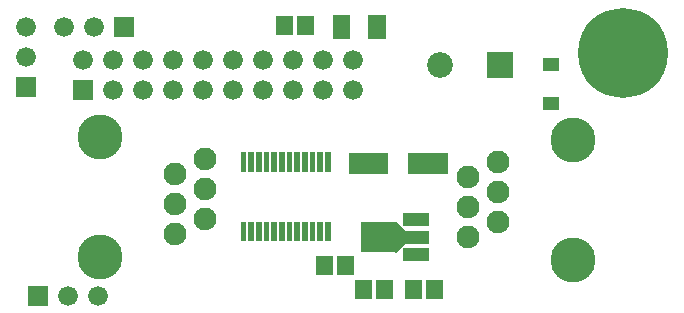
<source format=gbr>
G04 start of page 5 for group -4063 idx -4063 *
G04 Title: (unknown), componentmask *
G04 Creator: pcb 20110918 *
G04 CreationDate: Tue 05 Feb 2013 03:55:55 AM GMT UTC *
G04 For: railfan *
G04 Format: Gerber/RS-274X *
G04 PCB-Dimensions: 222000 104000 *
G04 PCB-Coordinate-Origin: lower left *
%MOIN*%
%FSLAX25Y25*%
%LNTOPMASK*%
%ADD66R,0.0190X0.0190*%
%ADD65R,0.0420X0.0420*%
%ADD64R,0.0572X0.0572*%
%ADD63R,0.1005X0.1005*%
%ADD62R,0.0438X0.0438*%
%ADD61R,0.0690X0.0690*%
%ADD60C,0.0760*%
%ADD59C,0.0860*%
%ADD58C,0.0660*%
%ADD57C,0.0001*%
%ADD56C,0.1500*%
%ADD55C,0.2997*%
G54D55*X206500Y88500D03*
G54D56*X189925Y19500D03*
Y59500D03*
G54D57*G36*
X23200Y79300D02*Y72700D01*
X29800D01*
Y79300D01*
X23200D01*
G37*
G54D58*X36500Y76000D03*
Y86000D03*
X46500Y76000D03*
Y86000D03*
X56500D03*
X26500D03*
G54D57*G36*
X36700Y100300D02*Y93700D01*
X43300D01*
Y100300D01*
X36700D01*
G37*
G54D58*X30000Y97000D03*
X20000D03*
X7500Y87000D03*
Y97000D03*
X86500Y76000D03*
X96500D03*
X106500D03*
X116500D03*
G54D59*X145500Y84500D03*
G54D60*X154925Y27000D03*
Y37000D03*
Y47000D03*
X164925Y32000D03*
Y42000D03*
Y52000D03*
G54D57*G36*
X161200Y88800D02*Y80200D01*
X169800D01*
Y88800D01*
X161200D01*
G37*
G54D58*X56500Y76000D03*
X66500D03*
X76500D03*
X66500Y86000D03*
X76500D03*
X86500D03*
X96500D03*
X106500D03*
X116500D03*
G54D57*G36*
X4200Y80300D02*Y73700D01*
X10800D01*
Y80300D01*
X4200D01*
G37*
G36*
X8200Y10800D02*Y4200D01*
X14800D01*
Y10800D01*
X8200D01*
G37*
G54D58*X21500Y7500D03*
X31500D03*
G54D60*X67000Y53000D03*
X57000Y48000D03*
X67000Y43000D03*
X57000Y38000D03*
X67000Y33000D03*
X57000Y28000D03*
G54D56*X32000Y60500D03*
Y20500D03*
G54D61*X118508Y51500D02*X124807D01*
X138193D02*X144492D01*
G54D62*X135395Y21094D02*X139489D01*
X127679Y27000D02*X139489D01*
G54D63*X124055D02*X125945D01*
G54D57*G36*
X128826Y23695D02*X132090Y26959D01*
X133934Y25115D01*
X130670Y21851D01*
X128826Y23695D01*
G37*
G36*
X130670Y32149D02*X133934Y28885D01*
X132090Y27041D01*
X128826Y30305D01*
X130670Y32149D01*
G37*
G54D62*X135395Y32906D02*X139489D01*
G54D64*X127043Y9893D02*Y9107D01*
X119957Y9893D02*Y9107D01*
X143543Y9893D02*Y9107D01*
X136457Y9893D02*Y9107D01*
G54D65*X181900Y71600D02*X183100D01*
G54D64*X124405Y98181D02*Y95819D01*
X112595Y98181D02*Y95819D01*
G54D65*X181900Y84500D02*X183100D01*
G54D64*X93457Y97893D02*Y97107D01*
X100543Y97893D02*Y97107D01*
G54D66*X108074Y54417D02*Y49811D01*
X105515Y54417D02*Y49811D01*
X102956Y54417D02*Y49811D01*
X100397Y54417D02*Y49811D01*
X97838Y54417D02*Y49811D01*
X95279Y54417D02*Y49811D01*
X92721Y54417D02*Y49811D01*
X90162Y54417D02*Y49811D01*
X87603Y54417D02*Y49811D01*
X85044Y54417D02*Y49811D01*
X82485Y54417D02*Y49811D01*
X79926Y54417D02*Y49811D01*
Y31189D02*Y26583D01*
X82485Y31189D02*Y26583D01*
X85044Y31189D02*Y26583D01*
X87603Y31189D02*Y26583D01*
X90162Y31189D02*Y26583D01*
X92721Y31189D02*Y26583D01*
X95279Y31189D02*Y26583D01*
X97838Y31189D02*Y26583D01*
X100397Y31189D02*Y26583D01*
X102956Y31189D02*Y26583D01*
X105515Y31189D02*Y26583D01*
X108074Y31189D02*Y26583D01*
G54D64*X106957Y17893D02*Y17107D01*
X114043Y17893D02*Y17107D01*
M02*

</source>
